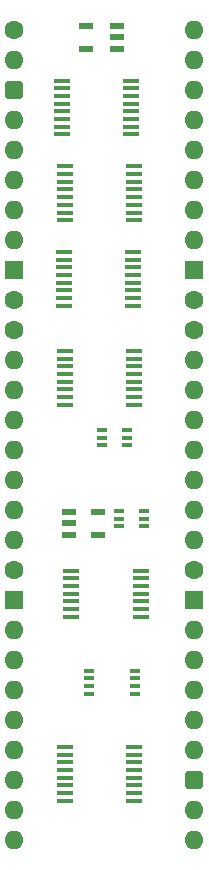
<source format=gts>
%TF.GenerationSoftware,KiCad,Pcbnew,9.0.5-9.0.5~ubuntu24.04.1*%
%TF.CreationDate,2025-10-17T17:32:52+02:00*%
%TF.ProjectId,HCP65 MPU Address Decode,48435036-3520-44d5-9055-204164647265,V1*%
%TF.SameCoordinates,Original*%
%TF.FileFunction,Soldermask,Top*%
%TF.FilePolarity,Negative*%
%FSLAX46Y46*%
G04 Gerber Fmt 4.6, Leading zero omitted, Abs format (unit mm)*
G04 Created by KiCad (PCBNEW 9.0.5-9.0.5~ubuntu24.04.1) date 2025-10-17 17:32:52*
%MOMM*%
%LPD*%
G01*
G04 APERTURE LIST*
G04 Aperture macros list*
%AMRoundRect*
0 Rectangle with rounded corners*
0 $1 Rounding radius*
0 $2 $3 $4 $5 $6 $7 $8 $9 X,Y pos of 4 corners*
0 Add a 4 corners polygon primitive as box body*
4,1,4,$2,$3,$4,$5,$6,$7,$8,$9,$2,$3,0*
0 Add four circle primitives for the rounded corners*
1,1,$1+$1,$2,$3*
1,1,$1+$1,$4,$5*
1,1,$1+$1,$6,$7*
1,1,$1+$1,$8,$9*
0 Add four rect primitives between the rounded corners*
20,1,$1+$1,$2,$3,$4,$5,0*
20,1,$1+$1,$4,$5,$6,$7,0*
20,1,$1+$1,$6,$7,$8,$9,0*
20,1,$1+$1,$8,$9,$2,$3,0*%
G04 Aperture macros list end*
%ADD10C,1.600000*%
%ADD11O,1.600000X1.600000*%
%ADD12RoundRect,0.400000X-0.400000X-0.400000X0.400000X-0.400000X0.400000X0.400000X-0.400000X0.400000X0*%
%ADD13R,1.600000X1.600000*%
%ADD14R,1.475000X0.450000*%
%ADD15R,0.950000X0.450000*%
%ADD16R,0.875000X0.450000*%
%ADD17R,1.450000X0.450000*%
%ADD18R,1.250000X0.600000*%
%ADD19R,1.150000X0.600000*%
G04 APERTURE END LIST*
D10*
%TO.C,J2*%
X0Y0D03*
D11*
X0Y-2540000D03*
D12*
X0Y-5080000D03*
D11*
X0Y-7620000D03*
X0Y-10160000D03*
X0Y-12700000D03*
X0Y-15240000D03*
X0Y-17780000D03*
D13*
X0Y-20320000D03*
D10*
X0Y-22860000D03*
X0Y-25400000D03*
D11*
X0Y-27940000D03*
X0Y-30480000D03*
X0Y-33020000D03*
X0Y-35560000D03*
X0Y-38100000D03*
X0Y-40640000D03*
X0Y-43180000D03*
D10*
X0Y-45720000D03*
D13*
X0Y-48260000D03*
D11*
X0Y-50800000D03*
X0Y-53340000D03*
X0Y-55880000D03*
X0Y-58420000D03*
X0Y-60960000D03*
X0Y-63500000D03*
X0Y-66040000D03*
X0Y-68580000D03*
X15240000Y-68580000D03*
X15240000Y-66040000D03*
D12*
X15240000Y-63500000D03*
D11*
X15240000Y-60960000D03*
X15240000Y-58420000D03*
X15240000Y-55880000D03*
X15240000Y-53340000D03*
X15240000Y-50800000D03*
D13*
X15240000Y-48260000D03*
D10*
X15240000Y-45720000D03*
D11*
X15240000Y-43180000D03*
X15240000Y-40640000D03*
X15240000Y-38100000D03*
X15240000Y-35560000D03*
X15240000Y-33020000D03*
X15240000Y-30480000D03*
X15240000Y-27940000D03*
D10*
X15240000Y-25400000D03*
X15240000Y-22860000D03*
D13*
X15240000Y-20320000D03*
D11*
X15240000Y-17780000D03*
X15240000Y-15240000D03*
X15240000Y-12700000D03*
X15240000Y-10160000D03*
X15240000Y-7620000D03*
X15240000Y-5080000D03*
X15240000Y-2540000D03*
X15240000Y0D03*
%TD*%
D14*
%TO.C,IC3*%
X4809000Y-45802000D03*
X4809000Y-46452000D03*
X4809000Y-47102000D03*
X4809000Y-47752000D03*
X4809000Y-48402000D03*
X4809000Y-49052000D03*
X4809000Y-49702000D03*
X10685000Y-49702000D03*
X10685000Y-49052000D03*
X10685000Y-48402000D03*
X10685000Y-47752000D03*
X10685000Y-47102000D03*
X10685000Y-46452000D03*
X10685000Y-45802000D03*
%TD*%
D15*
%TO.C,IC7*%
X6280000Y-54270000D03*
X6280000Y-54920000D03*
X6280000Y-55570000D03*
X6280000Y-56220000D03*
X10230000Y-56220000D03*
X10230000Y-55570000D03*
X10230000Y-54920000D03*
X10230000Y-54270000D03*
%TD*%
D16*
%TO.C,IC4*%
X7447000Y-33894000D03*
X7447000Y-34544000D03*
X7447000Y-35194000D03*
X9571000Y-35194000D03*
X9571000Y-34544000D03*
X9571000Y-33894000D03*
%TD*%
D17*
%TO.C,IC11*%
X10164001Y-31739000D03*
X10164001Y-31089000D03*
X10164001Y-30439000D03*
X10164001Y-29789000D03*
X10164001Y-29139000D03*
X10164001Y-28489000D03*
X10164001Y-27839000D03*
X10164001Y-27189000D03*
X4314001Y-27189000D03*
X4314001Y-27839000D03*
X4314001Y-28489000D03*
X4314001Y-29139000D03*
X4314001Y-29789000D03*
X4314001Y-30439000D03*
X4314001Y-31089000D03*
X4314001Y-31739000D03*
%TD*%
%TO.C,IC39*%
X9910000Y-8843251D03*
X9910000Y-8193251D03*
X9910000Y-7543251D03*
X9910000Y-6893251D03*
X9910000Y-6243251D03*
X9910000Y-5593251D03*
X9910000Y-4943251D03*
X9910000Y-4293251D03*
X4060000Y-4293251D03*
X4060000Y-4943251D03*
X4060000Y-5593251D03*
X4060000Y-6243251D03*
X4060000Y-6893251D03*
X4060000Y-7543251D03*
X4060000Y-8193251D03*
X4060000Y-8843251D03*
%TD*%
%TO.C,IC38*%
X10164000Y-16118000D03*
X10164000Y-15468000D03*
X10164000Y-14818000D03*
X10164000Y-14168000D03*
X10164000Y-13518000D03*
X10164000Y-12868000D03*
X10164000Y-12218000D03*
X10164000Y-11568000D03*
X4314000Y-11568000D03*
X4314000Y-12218000D03*
X4314000Y-12868000D03*
X4314000Y-13518000D03*
X4314000Y-14168000D03*
X4314000Y-14818000D03*
X4314000Y-15468000D03*
X4314000Y-16118000D03*
%TD*%
%TO.C,IC16*%
X10164000Y-65267000D03*
X10164000Y-64617000D03*
X10164000Y-63967000D03*
X10164000Y-63317000D03*
X10164000Y-62667000D03*
X10164000Y-62017000D03*
X10164000Y-61367000D03*
X10164000Y-60717000D03*
X4314000Y-60717000D03*
X4314000Y-61367000D03*
X4314000Y-62017000D03*
X4314000Y-62667000D03*
X4314000Y-63317000D03*
X4314000Y-63967000D03*
X4314000Y-64617000D03*
X4314000Y-65267000D03*
%TD*%
D18*
%TO.C,IC5*%
X4592000Y-40833000D03*
X4592000Y-41783000D03*
X4592000Y-42733000D03*
X7092000Y-42733000D03*
X7092000Y-40833000D03*
%TD*%
D17*
%TO.C,IC33*%
X10037000Y-23357000D03*
X10037000Y-22707000D03*
X10037000Y-22057000D03*
X10037000Y-21407000D03*
X10037000Y-20757000D03*
X10037000Y-20107000D03*
X10037000Y-19457000D03*
X10037000Y-18807000D03*
X4187000Y-18807000D03*
X4187000Y-19457000D03*
X4187000Y-20107000D03*
X4187000Y-20757000D03*
X4187000Y-21407000D03*
X4187000Y-22057000D03*
X4187000Y-22707000D03*
X4187000Y-23357000D03*
%TD*%
D19*
%TO.C,IC42*%
X8666000Y-1585000D03*
X8666000Y-635000D03*
X8666000Y315000D03*
X6066000Y315000D03*
X6066000Y-1585000D03*
%TD*%
D16*
%TO.C,IC1*%
X10968000Y-42052000D03*
X10968000Y-41402000D03*
X10968000Y-40752000D03*
X8844000Y-40752000D03*
X8844000Y-41402000D03*
X8844000Y-42052000D03*
%TD*%
M02*

</source>
